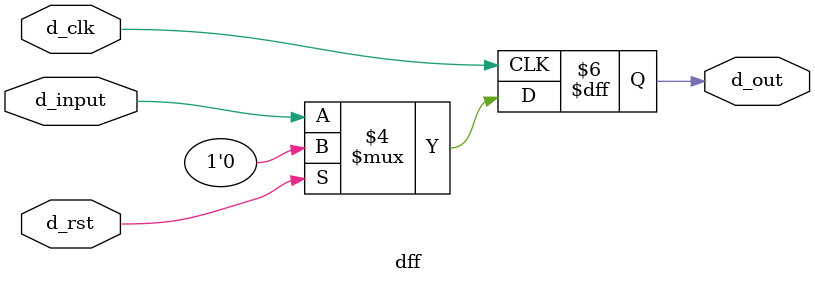
<source format=v>
`timescale 1ns / 1ps


module dff(
    input d_input,
    input d_clk,
    input d_rst,
    output reg d_out
    );

// at the rising clock edge sample the output of the XOR tree
always @(posedge d_clk)
begin
    if(d_rst == 1'b1) begin
        d_out <= 1'b0;
    end
    else begin
    d_out <= d_input;
    end
end    

endmodule

</source>
